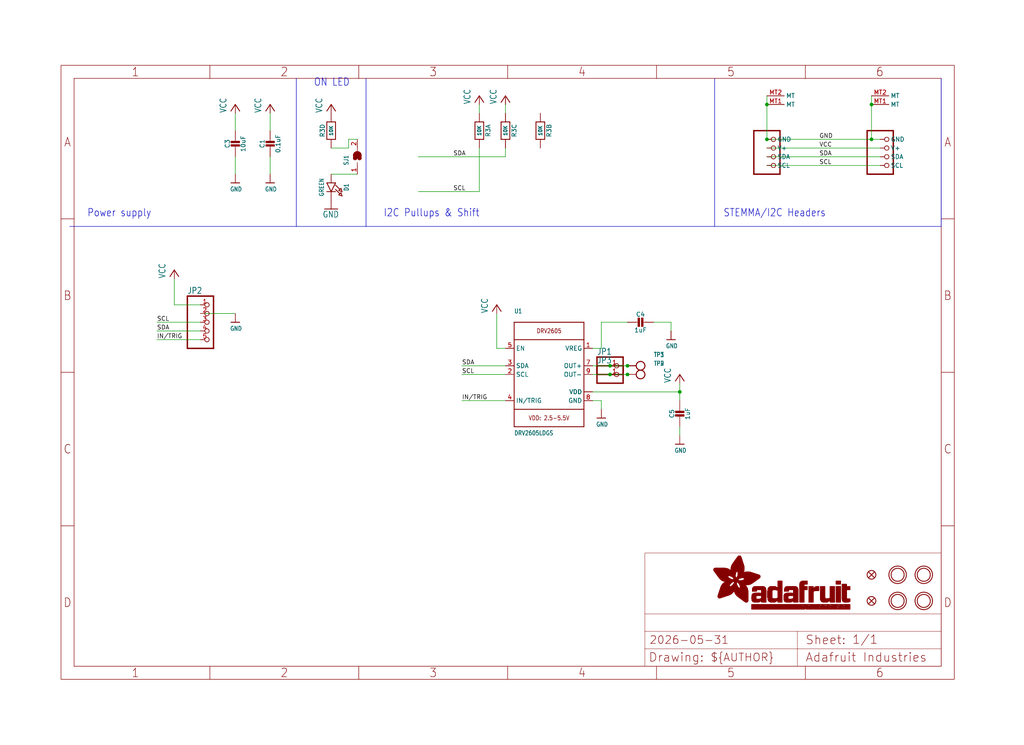
<source format=kicad_sch>
(kicad_sch (version 20230121) (generator eeschema)
  (paper "User" 298.45 217.322)
  (lib_symbols
    (symbol "working-eagle-import:CAP_CERAMIC0603_NO"
      (property "Reference" "C" (at -2.29 1.25 90))
      (symbol "CAP_CERAMIC0603_NO_1_0"
        (pin passive line (at 0 5.08 270) (length 2.54) (name "1") (number "1"))
        (pin passive line (at 0 -2.54 90) (length 2.54) (name "2") (number "2"))
      )
    )
    (symbol "working-eagle-import:CAP_CERAMIC0805-NOOUTLINE"
      (property "Reference" "C" (at -2.29 1.25 90))
      (symbol "CAP_CERAMIC0805-NOOUTLINE_1_0"
        (pin passive line (at 0 5.08 270) (length 2.54) (name "1") (number "1"))
        (pin passive line (at 0 -2.54 90) (length 2.54) (name "2") (number "2"))
      )
    )
    (symbol "working-eagle-import:DRV2605_SOP"
      (property "Reference" "U" (at -10.16 17.78 0))
      (symbol "DRV2605_SOP_1_0"
        (text "DRV2605" (at 0 12.7 0) (effects (font (size 1.27 1.0795))))
        (text "VDD: 2.5-5.5V" (at 0 -12.7 0) (effects (font (size 1.27 1.0795))))
        (pin output line (at 12.7 7.62 180) (length 2.54) (name "VREG") (number "1"))
        (pin power_in line (at 12.7 -5.08 180) (length 2.54) (name "VDD") (number "10"))
        (pin input line (at -12.7 0 0) (length 2.54) (name "SCL") (number "2"))
        (pin bidirectional line (at -12.7 2.54 0) (length 2.54) (name "SDA") (number "3"))
        (pin input line (at -12.7 -7.62 0) (length 2.54) (name "IN/TRIG") (number "4"))
        (pin input line (at -12.7 7.62 0) (length 2.54) (name "EN") (number "5"))
        (pin power_in line (at 12.7 -5.08 180) (length 2.54) (name "VDD") (number "6"))
        (pin output line (at 12.7 2.54 180) (length 2.54) (name "OUT+") (number "7"))
        (pin power_in line (at 12.7 -7.62 180) (length 2.54) (name "GND") (number "8"))
        (pin output line (at 12.7 0 180) (length 2.54) (name "OUT-") (number "9"))
      )
    )
    (symbol "working-eagle-import:FIDUCIAL_1MM")
    (symbol "working-eagle-import:FRAME_A4_ADAFRUIT"
      (symbol "FRAME_A4_ADAFRUIT_1_0"
        (text "${#}/${##}" (at 230.505 10.16 0) (effects (font (size 2.54 2.54)) (justify left bottom)))
        (text "${AUTHOR}" (at 189.23 5.08 0) (effects (font (size 2.286 2.286)) (justify left bottom)))
        (text "${CURRENT_DATE}" (at 171.45 10.16 0) (effects (font (size 2.286 2.286)) (justify left bottom)))
        (text "${PROJECTNAME}" (at 171.45 15.24 0) (effects (font (size 2.54 2.54)) (justify left bottom)))
        (text "1" (at 21.6958 1.905 0) (effects (font (size 2.54 2.286))))
        (text "1" (at 21.6958 177.165 0) (effects (font (size 2.54 2.286))))
        (text "2" (at 65.0875 1.905 0) (effects (font (size 2.54 2.286))))
        (text "2" (at 65.0875 177.165 0) (effects (font (size 2.54 2.286))))
        (text "3" (at 108.4792 1.905 0) (effects (font (size 2.54 2.286))))
        (text "3" (at 108.4792 177.165 0) (effects (font (size 2.54 2.286))))
        (text "4" (at 151.8708 1.905 0) (effects (font (size 2.54 2.286))))
        (text "4" (at 151.8708 177.165 0) (effects (font (size 2.54 2.286))))
        (text "5" (at 195.2625 1.905 0) (effects (font (size 2.54 2.286))))
        (text "5" (at 195.2625 177.165 0) (effects (font (size 2.54 2.286))))
        (text "6" (at 238.6542 1.905 0) (effects (font (size 2.54 2.286))))
        (text "6" (at 238.6542 177.165 0) (effects (font (size 2.54 2.286))))
        (text "A" (at 1.905 156.6863 0) (effects (font (size 2.54 2.286))))
        (text "A" (at 258.445 156.6863 0) (effects (font (size 2.54 2.286))))
        (text "Adafruit Industries" (at 216.916 4.953 0) (effects (font (size 2.54 2.54)) (justify left bottom)))
        (text "B" (at 1.905 111.9188 0) (effects (font (size 2.54 2.286))))
        (text "B" (at 258.445 111.9188 0) (effects (font (size 2.54 2.286))))
        (text "C" (at 1.905 67.1513 0) (effects (font (size 2.54 2.286))))
        (text "C" (at 258.445 67.1513 0) (effects (font (size 2.54 2.286))))
        (text "D" (at 1.905 22.3838 0) (effects (font (size 2.54 2.286))))
        (text "D" (at 258.445 22.3838 0) (effects (font (size 2.54 2.286))))
        (text "Drawing:" (at 171.196 4.953 0) (effects (font (size 2.54 2.54)) (justify left bottom)))
        (text "Sheet:" (at 216.916 10.033 0) (effects (font (size 2.54 2.54)) (justify left bottom)))
      )
    )
    (symbol "working-eagle-import:GND" (power)
      (property "Value" "GND" (at -1.524 -2.54 0))
      (symbol "GND_1_0"
        (pin power_in line (at 0 2.54 270) (length 2.54) (name "GND") (number "1"))
      )
    )
    (symbol "working-eagle-import:HEADER-1X1"
      (property "Reference" "JP" (at -6.35 3.175 0))
      (symbol "HEADER-1X1_1_0"
        (pin passive inverted (at -2.54 0 0) (length 2.54) (name "1") (number "1"))
      )
    )
    (symbol "working-eagle-import:HEADER-1X576MIL"
      (property "Reference" "JP" (at -6.35 8.255 0))
      (symbol "HEADER-1X576MIL_1_0"
        (pin passive inverted (at -2.54 5.08 0) (length 2.54) (name "1") (number "1"))
        (pin passive inverted (at -2.54 2.54 0) (length 2.54) (name "2") (number "2"))
        (pin passive inverted (at -2.54 0 0) (length 2.54) (name "3") (number "3"))
        (pin passive inverted (at -2.54 -2.54 0) (length 2.54) (name "4") (number "4"))
        (pin passive inverted (at -2.54 -5.08 0) (length 2.54) (name "5") (number "5"))
      )
    )
    (symbol "working-eagle-import:LED0603_NOOUTLINE"
      (property "Reference" "D" (at -1.27 4.445 0))
      (symbol "LED0603_NOOUTLINE_1_0"
        (pin passive line (at -5.08 0 0) (length 2.54) (name "A") (number "A"))
        (pin passive line (at 2.54 0 180) (length 2.54) (name "C") (number "C"))
      )
    )
    (symbol "working-eagle-import:MOUNTINGHOLE2.5")
    (symbol "working-eagle-import:RESISTOR_4PACK"
      (property "Reference" "R" (at 0 2.54 0))
      (symbol "RESISTOR_4PACK_1_0"
        (pin passive line (at -5.08 0 0) (length 2.54) (name "1") (number "1"))
        (pin passive line (at 5.08 0 180) (length 2.54) (name "2") (number "8"))
      )
      (symbol "RESISTOR_4PACK_2_0"
        (pin passive line (at -5.08 0 0) (length 2.54) (name "1") (number "2"))
        (pin passive line (at 5.08 0 180) (length 2.54) (name "2") (number "7"))
      )
      (symbol "RESISTOR_4PACK_3_0"
        (pin passive line (at -5.08 0 0) (length 2.54) (name "1") (number "3"))
        (pin passive line (at 5.08 0 180) (length 2.54) (name "2") (number "6"))
      )
      (symbol "RESISTOR_4PACK_4_0"
        (pin passive line (at -5.08 0 0) (length 2.54) (name "1") (number "4"))
        (pin passive line (at 5.08 0 180) (length 2.54) (name "2") (number "5"))
      )
    )
    (symbol "working-eagle-import:SOLDERJUMPERCLOSED"
      (property "Reference" "SJ" (at -2.54 2.54 0))
      (symbol "SOLDERJUMPERCLOSED_1_0"
        (pin passive line (at -5.08 0 0) (length 2.54) (name "1") (number "1"))
        (pin passive line (at 5.08 0 180) (length 2.54) (name "2") (number "2"))
      )
    )
    (symbol "working-eagle-import:STEMMA_I2C_QT"
      (symbol "STEMMA_I2C_QT_1_0"
        (pin passive inverted (at 0 5.08 0) (length 2.54) (name "GND") (number "1"))
        (pin passive inverted (at 0 2.54 0) (length 2.54) (name "V+") (number "2"))
        (pin passive inverted (at 0 0 0) (length 2.54) (name "SDA") (number "3"))
        (pin passive inverted (at 0 -2.54 0) (length 2.54) (name "SCL") (number "4"))
      )
      (symbol "STEMMA_I2C_QT_2_0"
        (pin bidirectional line (at 0 0 0) (length 5.08) (name "MT") (number "MT1"))
      )
      (symbol "STEMMA_I2C_QT_3_0"
        (pin bidirectional line (at 0 0 0) (length 5.08) (name "MT") (number "MT2"))
      )
    )
    (symbol "working-eagle-import:TESTPOINTPAD2MM"
      (property "Reference" "TP" (at 0 5.588 90))
      (symbol "TESTPOINTPAD2MM_1_0"
        (pin bidirectional line (at 0 0 90) (length 2.54) (name "P$1") (number "P$1"))
      )
    )
    (symbol "working-eagle-import:VCC" (power)
      (property "Value" "VCC" (at -2.54 -2.54 90))
      (symbol "VCC_1_0"
        (pin power_in line (at 0 -2.54 90) (length 2.54) (name "VCC") (number "1"))
      )
    )
    (symbol "working-eagle-import:supply1_GND" (power)
      (property "Value" "supply1_GND" (at -2.54 -2.54 0))
      (symbol "supply1_GND_1_0"
        (pin power_in line (at 0 2.54 270) (length 2.54) (name "GND") (number "1"))
      )
    )
  )
  (junction (at 198.12 114.3))
  (junction (at 254 30.48))
  (junction (at 182.88 106.68))
  (junction (at 177.8 109.22))
  (junction (at 254 40.64))
  (junction (at 223.52 30.48))
  (junction (at 182.88 109.22))
  (junction (at 177.8 106.68))
  (junction (at 223.52 40.64))
  (wire (pts (xy 254 27.94) (xy 254 30.48)) (stroke (width 0.1524)))
  (wire (pts (xy 195.58 93.98) (xy 195.58 96.52)) (stroke (width 0.1524)))
  (wire (pts (xy 139.7 55.88) (xy 121.92 55.88)) (stroke (width 0.1524)))
  (wire (pts (xy 78.74 45.72) (xy 78.74 50.8)) (stroke (width 0.1524)))
  (wire (pts (xy 175.26 116.84) (xy 175.26 119.38)) (stroke (width 0.1524)))
  (wire (pts (xy 256.54 45.72) (xy 223.52 45.72)) (stroke (width 0.1524)))
  (wire (pts (xy 101.6 43.18) (xy 101.6 40.64)) (stroke (width 0.1524)))
  (wire (pts (xy 58.42 96.52) (xy 45.72 96.52)) (stroke (width 0.1524)))
  (wire (pts (xy 147.32 116.84) (xy 134.62 116.84)) (stroke (width 0.1524)))
  (wire (pts (xy 190.5 93.98) (xy 195.58 93.98)) (stroke (width 0.1524)))
  (wire (pts (xy 172.72 114.3) (xy 198.12 114.3)) (stroke (width 0.1524)))
  (wire (pts (xy 172.72 116.84) (xy 175.26 116.84)) (stroke (width 0.1524)))
  (wire (pts (xy 101.6 40.64) (xy 104.14 40.64)) (stroke (width 0.1524)))
  (wire (pts (xy 144.78 101.6) (xy 144.78 91.44)) (stroke (width 0.1524)))
  (wire (pts (xy 175.26 101.6) (xy 175.26 93.98)) (stroke (width 0.1524)))
  (wire (pts (xy 198.12 124.46) (xy 198.12 127)) (stroke (width 0.1524)))
  (wire (pts (xy 96.52 43.18) (xy 101.6 43.18)) (stroke (width 0.1524)))
  (wire (pts (xy 198.12 114.3) (xy 198.12 116.84)) (stroke (width 0.1524)))
  (polyline (pts (xy 208.28 22.86) (xy 208.28 66.04)) (stroke (width 0.1524) (type solid)))
  (wire (pts (xy 198.12 114.3) (xy 198.12 111.76)) (stroke (width 0.1524)))
  (wire (pts (xy 223.52 43.18) (xy 256.54 43.18)) (stroke (width 0.1524)))
  (wire (pts (xy 58.42 91.44) (xy 68.58 91.44)) (stroke (width 0.1524)))
  (wire (pts (xy 175.26 93.98) (xy 182.88 93.98)) (stroke (width 0.1524)))
  (wire (pts (xy 147.32 109.22) (xy 134.62 109.22)) (stroke (width 0.1524)))
  (wire (pts (xy 223.52 27.94) (xy 223.52 30.48)) (stroke (width 0.1524)))
  (polyline (pts (xy 86.36 22.86) (xy 86.36 66.04)) (stroke (width 0.1524) (type solid)))
  (polyline (pts (xy 208.28 66.04) (xy 274.32 66.04)) (stroke (width 0.1524) (type solid)))
  (wire (pts (xy 96.52 50.8) (xy 104.14 50.8)) (stroke (width 0.1524)))
  (wire (pts (xy 147.32 43.18) (xy 147.32 45.72)) (stroke (width 0.1524)))
  (wire (pts (xy 254 40.64) (xy 223.52 40.64)) (stroke (width 0.1524)))
  (polyline (pts (xy 106.68 66.04) (xy 208.28 66.04)) (stroke (width 0.1524) (type solid)))
  (polyline (pts (xy 20.32 66.04) (xy 86.36 66.04)) (stroke (width 0.1524) (type solid)))
  (wire (pts (xy 68.58 45.72) (xy 68.58 50.8)) (stroke (width 0.1524)))
  (wire (pts (xy 68.58 33.02) (xy 68.58 38.1)) (stroke (width 0.1524)))
  (wire (pts (xy 172.72 109.22) (xy 177.8 109.22)) (stroke (width 0.1524)))
  (wire (pts (xy 172.72 101.6) (xy 175.26 101.6)) (stroke (width 0.1524)))
  (wire (pts (xy 147.32 101.6) (xy 144.78 101.6)) (stroke (width 0.1524)))
  (polyline (pts (xy 106.68 22.86) (xy 106.68 66.04)) (stroke (width 0.1524) (type solid)))
  (wire (pts (xy 177.8 106.68) (xy 182.88 106.68)) (stroke (width 0.1524)))
  (wire (pts (xy 58.42 99.06) (xy 45.72 99.06)) (stroke (width 0.1524)))
  (wire (pts (xy 254 30.48) (xy 254 40.64)) (stroke (width 0.1524)))
  (polyline (pts (xy 86.36 66.04) (xy 106.68 66.04)) (stroke (width 0.1524) (type solid)))
  (wire (pts (xy 139.7 30.48) (xy 139.7 33.02)) (stroke (width 0.1524)))
  (wire (pts (xy 58.42 88.9) (xy 50.8 88.9)) (stroke (width 0.1524)))
  (wire (pts (xy 177.8 109.22) (xy 182.88 109.22)) (stroke (width 0.1524)))
  (wire (pts (xy 256.54 40.64) (xy 254 40.64)) (stroke (width 0.1524)))
  (wire (pts (xy 172.72 106.68) (xy 177.8 106.68)) (stroke (width 0.1524)))
  (wire (pts (xy 223.52 48.26) (xy 256.54 48.26)) (stroke (width 0.1524)))
  (wire (pts (xy 147.32 106.68) (xy 134.62 106.68)) (stroke (width 0.1524)))
  (wire (pts (xy 147.32 45.72) (xy 121.92 45.72)) (stroke (width 0.1524)))
  (wire (pts (xy 223.52 30.48) (xy 223.52 40.64)) (stroke (width 0.1524)))
  (wire (pts (xy 78.74 33.02) (xy 78.74 38.1)) (stroke (width 0.1524)))
  (wire (pts (xy 147.32 33.02) (xy 147.32 30.48)) (stroke (width 0.1524)))
  (wire (pts (xy 139.7 43.18) (xy 139.7 55.88)) (stroke (width 0.1524)))
  (wire (pts (xy 50.8 88.9) (xy 50.8 81.28)) (stroke (width 0.1524)))
  (wire (pts (xy 58.42 93.98) (xy 45.72 93.98)) (stroke (width 0.1524)))
  (polyline (pts (xy 274.32 22.86) (xy 274.32 66.04)) (stroke (width 0.1524) (type solid)))
  (text "STEMMA/I2C Headers" (at 210.82 63.5 0) (effects (font (size 2.1844 1.8567)) (justify left bottom)))
  (text "I2C Pullups & Shift" (at 111.76 63.5 0) (effects (font (size 2.1844 1.8567)) (justify left bottom)))
  (text "ON LED" (at 91.44 25.4 0) (effects (font (size 2.1844 1.8567)) (justify left bottom)))
  (text "Power supply" (at 25.4 63.5 0) (effects (font (size 2.1844 1.8567)) (justify left bottom)))
  (label "IN/TRIG" (at 134.62 116.84 0) (effects (font (size 1.2446 1.2446))))
  (label "SCL" (at 238.76 48.26 0) (effects (font (size 1.2446 1.2446))))
  (label "SDA" (at 132.08 45.72 0) (effects (font (size 1.2446 1.2446))))
  (label "SCL" (at 45.72 93.98 0) (effects (font (size 1.2446 1.2446))))
  (label "SDA" (at 134.62 106.68 0) (effects (font (size 1.2446 1.2446))))
  (label "SCL" (at 132.08 55.88 0) (effects (font (size 1.2446 1.2446))))
  (label "IN/TRIG" (at 45.72 99.06 0) (effects (font (size 1.2446 1.2446))))
  (label "GND" (at 238.76 40.64 0) (effects (font (size 1.2446 1.2446))))
  (label "SCL" (at 134.62 109.22 0) (effects (font (size 1.2446 1.2446))))
  (label "VCC" (at 238.76 43.18 0) (effects (font (size 1.2446 1.2446))))
  (label "SDA" (at 45.72 96.52 0) (effects (font (size 1.2446 1.2446))))
  (label "SDA" (at 238.76 45.72 0) (effects (font (size 1.2446 1.2446))))
  (symbol (lib_id "working-eagle-import:STEMMA_I2C_QT") (at 223.52 27.94 0) (unit 3)
    (property "Reference" "CONN3" (effects hide))
    (property "Value" "STEMMA_I2C_QT" (effects hide))
    (property "Footprint" "working:JST_SH4" (effects hide))
  )
  (symbol (lib_id "working-eagle-import:GND") (at 195.58 99.06 0) (unit 1)
    (property "Reference" "#U$12" (effects hide))
    (property "Value" "GND" (at 194.056 101.6 0) (effects (font (size 1.27 1.0795)) (justify left bottom)))
  )
  (symbol (lib_id "working-eagle-import:TESTPOINTPAD2MM") (at 182.88 106.68 270) (unit 1)
    (property "Reference" "TP3" (at 190.5 104.14 90) (effects (font (size 1.27 1.0795)) (justify left bottom)))
    (property "Value" "TESTPOINTPAD2MM" (effects hide))
    (property "Footprint" "working:TESTPOINT_PAD_2MM" (effects hide))
  )
  (symbol (lib_id "working-eagle-import:MOUNTINGHOLE2.5") (at 269.24 167.64 0) (unit 1)
    (property "Reference" "U$19" (effects hide))
    (property "Value" "MOUNTINGHOLE2.5" (effects hide))
    (property "Footprint" "working:MOUNTINGHOLE_2.5_PLATED" (effects hide))
  )
  (symbol (lib_id "working-eagle-import:VCC") (at 144.78 88.9 0) (unit 1)
    (property "Reference" "#P+8" (effects hide))
    (property "Value" "VCC" (at 142.24 91.44 90) (effects (font (size 1.778 1.5113)) (justify left bottom)))
  )
  (symbol (lib_id "working-eagle-import:supply1_GND") (at 96.52 60.96 0) (unit 1)
    (property "Reference" "#GND6" (effects hide))
    (property "Value" "GND" (at 93.98 63.5 0) (effects (font (size 1.778 1.5113)) (justify left bottom)))
  )
  (symbol (lib_id "working-eagle-import:MOUNTINGHOLE2.5") (at 261.62 175.26 0) (unit 1)
    (property "Reference" "U$1" (effects hide))
    (property "Value" "MOUNTINGHOLE2.5" (effects hide))
    (property "Footprint" "working:MOUNTINGHOLE_2.5_PLATED" (effects hide))
  )
  (symbol (lib_id "working-eagle-import:HEADER-1X576MIL") (at 60.96 93.98 0) (unit 1)
    (property "Reference" "JP2" (at 54.61 85.725 0) (effects (font (size 1.778 1.5113)) (justify left bottom)))
    (property "Value" "HEADER-1X576MIL" (effects hide))
    (property "Footprint" "working:1X05_ROUND_76" (effects hide))
  )
  (symbol (lib_id "working-eagle-import:STEMMA_I2C_QT") (at 254 27.94 0) (unit 3)
    (property "Reference" "CONN4" (effects hide))
    (property "Value" "STEMMA_I2C_QT" (effects hide))
    (property "Footprint" "working:JST_SH4" (effects hide))
  )
  (symbol (lib_id "working-eagle-import:STEMMA_I2C_QT") (at 223.52 45.72 0) (unit 1)
    (property "Reference" "CONN3" (effects hide))
    (property "Value" "STEMMA_I2C_QT" (effects hide))
    (property "Footprint" "working:JST_SH4" (effects hide))
  )
  (symbol (lib_id "working-eagle-import:STEMMA_I2C_QT") (at 256.54 45.72 0) (unit 1)
    (property "Reference" "CONN4" (effects hide))
    (property "Value" "STEMMA_I2C_QT" (effects hide))
    (property "Footprint" "working:JST_SH4" (effects hide))
  )
  (symbol (lib_id "working-eagle-import:VCC") (at 68.58 30.48 0) (unit 1)
    (property "Reference" "#P+3" (effects hide))
    (property "Value" "VCC" (at 66.04 33.02 90) (effects (font (size 1.778 1.5113)) (justify left bottom)))
  )
  (symbol (lib_id "working-eagle-import:GND") (at 68.58 53.34 0) (unit 1)
    (property "Reference" "#U$5" (effects hide))
    (property "Value" "GND" (at 67.056 55.88 0) (effects (font (size 1.27 1.0795)) (justify left bottom)))
  )
  (symbol (lib_id "working-eagle-import:MOUNTINGHOLE2.5") (at 269.24 175.26 0) (unit 1)
    (property "Reference" "U$21" (effects hide))
    (property "Value" "MOUNTINGHOLE2.5" (effects hide))
    (property "Footprint" "working:MOUNTINGHOLE_2.5_PLATED" (effects hide))
  )
  (symbol (lib_id "working-eagle-import:STEMMA_I2C_QT") (at 254 30.48 0) (unit 2)
    (property "Reference" "CONN4" (effects hide))
    (property "Value" "STEMMA_I2C_QT" (effects hide))
    (property "Footprint" "working:JST_SH4" (effects hide))
  )
  (symbol (lib_id "working-eagle-import:GND") (at 198.12 129.54 0) (unit 1)
    (property "Reference" "#U$20" (effects hide))
    (property "Value" "GND" (at 196.596 132.08 0) (effects (font (size 1.27 1.0795)) (justify left bottom)))
  )
  (symbol (lib_id "working-eagle-import:LED0603_NOOUTLINE") (at 96.52 55.88 270) (unit 1)
    (property "Reference" "D1" (at 100.965 54.61 0) (effects (font (size 1.27 1.0795))))
    (property "Value" "GREEN" (at 93.726 54.61 0) (effects (font (size 1.27 1.0795))))
    (property "Footprint" "working:CHIPLED_0603_NOOUTLINE" (effects hide))
  )
  (symbol (lib_id "working-eagle-import:TESTPOINTPAD2MM") (at 182.88 109.22 270) (unit 1)
    (property "Reference" "TP4" (at 190.5 106.68 90) (effects (font (size 1.27 1.0795)) (justify left bottom)))
    (property "Value" "TESTPOINTPAD2MM" (effects hide))
    (property "Footprint" "working:TESTPOINT_PAD_2MM" (effects hide))
  )
  (symbol (lib_id "working-eagle-import:FRAME_A4_ADAFRUIT") (at 17.78 198.12 0) (unit 1)
    (property "Reference" "#U$18" (effects hide))
    (property "Value" "FRAME_A4_ADAFRUIT" (effects hide))
  )
  (symbol (lib_id "working-eagle-import:MOUNTINGHOLE2.5") (at 261.62 167.64 0) (unit 1)
    (property "Reference" "U$17" (effects hide))
    (property "Value" "MOUNTINGHOLE2.5" (effects hide))
    (property "Footprint" "working:MOUNTINGHOLE_2.5_PLATED" (effects hide))
  )
  (symbol (lib_id "working-eagle-import:STEMMA_I2C_QT") (at 223.52 30.48 0) (unit 2)
    (property "Reference" "CONN3" (effects hide))
    (property "Value" "STEMMA_I2C_QT" (effects hide))
    (property "Footprint" "working:JST_SH4" (effects hide))
  )
  (symbol (lib_id "working-eagle-import:VCC") (at 139.7 27.94 0) (unit 1)
    (property "Reference" "#P+1" (effects hide))
    (property "Value" "VCC" (at 137.16 30.48 90) (effects (font (size 1.778 1.5113)) (justify left bottom)))
  )
  (symbol (lib_id "working-eagle-import:TESTPOINTPAD2MM") (at 182.88 109.22 270) (unit 1)
    (property "Reference" "TP2" (at 190.5 106.68 90) (effects (font (size 1.27 1.0795)) (justify left bottom)))
    (property "Value" "TESTPOINTPAD2MM" (effects hide))
    (property "Footprint" "working:TESTPOINT_PAD_2MM" (effects hide))
  )
  (symbol (lib_id "working-eagle-import:HEADER-1X1") (at 180.34 109.22 0) (unit 1)
    (property "Reference" "JP3" (at 173.99 106.045 0) (effects (font (size 1.778 1.5113)) (justify left bottom)))
    (property "Value" "HEADER-1X1" (effects hide))
    (property "Footprint" "working:1X01_OVAL" (effects hide))
  )
  (symbol (lib_id "working-eagle-import:FIDUCIAL_1MM") (at 254 167.64 0) (unit 1)
    (property "Reference" "FID4" (effects hide))
    (property "Value" "FIDUCIAL_1MM" (effects hide))
    (property "Footprint" "working:FIDUCIAL_1MM" (effects hide))
  )
  (symbol (lib_id "working-eagle-import:CAP_CERAMIC0805-NOOUTLINE") (at 68.58 43.18 0) (unit 1)
    (property "Reference" "C3" (at 66.29 41.93 90))
    (property "Value" "10uF" (at 70.88 41.93 90))
    (property "Footprint" "working:0805-NO" (effects hide))
  )
  (symbol (lib_id "working-eagle-import:CAP_CERAMIC0603_NO") (at 198.12 121.92 0) (unit 1)
    (property "Reference" "C5" (at 195.83 120.67 90))
    (property "Value" "1uF" (at 200.42 120.67 90))
    (property "Footprint" "working:0603-NO" (effects hide))
  )
  (symbol (lib_id "working-eagle-import:VCC") (at 96.52 30.48 0) (unit 1)
    (property "Reference" "#P+6" (effects hide))
    (property "Value" "VCC" (at 93.98 33.02 90) (effects (font (size 1.778 1.5113)) (justify left bottom)))
  )
  (symbol (lib_id "working-eagle-import:FIDUCIAL_1MM") (at 254 175.26 0) (unit 1)
    (property "Reference" "FID3" (effects hide))
    (property "Value" "FIDUCIAL_1MM" (effects hide))
    (property "Footprint" "working:FIDUCIAL_1MM" (effects hide))
  )
  (symbol (lib_id "working-eagle-import:GND") (at 78.74 53.34 0) (unit 1)
    (property "Reference" "#U$6" (effects hide))
    (property "Value" "GND" (at 77.216 55.88 0) (effects (font (size 1.27 1.0795)) (justify left bottom)))
  )
  (symbol (lib_id "working-eagle-import:CAP_CERAMIC0603_NO") (at 78.74 43.18 0) (unit 1)
    (property "Reference" "C1" (at 76.45 41.93 90))
    (property "Value" "0.1uF" (at 81.04 41.93 90))
    (property "Footprint" "working:0603-NO" (effects hide))
  )
  (symbol (lib_id "working-eagle-import:RESISTOR_4PACK") (at 139.7 38.1 270) (unit 1)
    (property "Reference" "R3" (at 142.24 38.1 0))
    (property "Value" "10K" (at 139.7 38.1 0) (effects (font (size 1.016 1.016) bold)))
    (property "Footprint" "working:RESPACK_4X0603" (effects hide))
  )
  (symbol (lib_id "working-eagle-import:GND") (at 175.26 121.92 0) (unit 1)
    (property "Reference" "#U$8" (effects hide))
    (property "Value" "GND" (at 173.736 124.46 0) (effects (font (size 1.27 1.0795)) (justify left bottom)))
  )
  (symbol (lib_id "working-eagle-import:RESISTOR_4PACK") (at 96.52 38.1 90) (unit 4)
    (property "Reference" "R3" (at 93.98 38.1 0))
    (property "Value" "10K" (at 96.52 38.1 0) (effects (font (size 1.016 1.016) bold)))
    (property "Footprint" "working:RESPACK_4X0603" (effects hide))
  )
  (symbol (lib_id "working-eagle-import:SOLDERJUMPERCLOSED") (at 104.14 45.72 90) (unit 1)
    (property "Reference" "SJ1" (at 101.6 48.26 0) (effects (font (size 1.27 1.0795)) (justify left bottom)))
    (property "Value" "SOLDERJUMPERCLOSED" (effects hide))
    (property "Footprint" "working:SOLDERJUMPER_CLOSEDWIRE" (effects hide))
  )
  (symbol (lib_id "working-eagle-import:VCC") (at 147.32 27.94 0) (unit 1)
    (property "Reference" "#P+2" (effects hide))
    (property "Value" "VCC" (at 144.78 30.48 90) (effects (font (size 1.778 1.5113)) (justify left bottom)))
  )
  (symbol (lib_id "working-eagle-import:TESTPOINTPAD2MM") (at 182.88 106.68 270) (unit 1)
    (property "Reference" "TP1" (at 190.5 104.14 90) (effects (font (size 1.27 1.0795)) (justify left bottom)))
    (property "Value" "TESTPOINTPAD2MM" (effects hide))
    (property "Footprint" "working:TESTPOINT_PAD_2MM" (effects hide))
  )
  (symbol (lib_id "working-eagle-import:RESISTOR_4PACK") (at 147.32 38.1 270) (unit 3)
    (property "Reference" "R3" (at 149.86 38.1 0))
    (property "Value" "10K" (at 147.32 38.1 0) (effects (font (size 1.016 1.016) bold)))
    (property "Footprint" "working:RESPACK_4X0603" (effects hide))
  )
  (symbol (lib_id "working-eagle-import:DRV2605_SOP") (at 160.02 109.22 0) (unit 1)
    (property "Reference" "U1" (at 149.86 91.44 0) (effects (font (size 1.27 1.0795)) (justify left bottom)))
    (property "Value" "DRV2605LDGS" (at 149.86 127 0) (effects (font (size 1.27 1.0795)) (justify left bottom)))
    (property "Footprint" "working:PSOP10" (effects hide))
  )
  (symbol (lib_id "working-eagle-import:CAP_CERAMIC0603_NO") (at 185.42 93.98 270) (unit 1)
    (property "Reference" "C4" (at 186.67 91.69 90))
    (property "Value" "1uF" (at 186.67 96.28 90))
    (property "Footprint" "working:0603-NO" (effects hide))
  )
  (symbol (lib_id "working-eagle-import:VCC") (at 78.74 30.48 0) (unit 1)
    (property "Reference" "#P+5" (effects hide))
    (property "Value" "VCC" (at 76.2 33.02 90) (effects (font (size 1.778 1.5113)) (justify left bottom)))
  )
  (symbol (lib_id "working-eagle-import:VCC") (at 50.8 78.74 0) (unit 1)
    (property "Reference" "#P+4" (effects hide))
    (property "Value" "VCC" (at 48.26 81.28 90) (effects (font (size 1.778 1.5113)) (justify left bottom)))
  )
  (symbol (lib_id "working-eagle-import:VCC") (at 198.12 109.22 0) (unit 1)
    (property "Reference" "#P+7" (effects hide))
    (property "Value" "VCC" (at 195.58 111.76 90) (effects (font (size 1.778 1.5113)) (justify left bottom)))
  )
  (symbol (lib_id "working-eagle-import:HEADER-1X1") (at 180.34 106.68 0) (unit 1)
    (property "Reference" "JP1" (at 173.99 103.505 0) (effects (font (size 1.778 1.5113)) (justify left bottom)))
    (property "Value" "HEADER-1X1" (effects hide))
    (property "Footprint" "working:1X01_OVAL" (effects hide))
  )
  (symbol (lib_id "working-eagle-import:RESISTOR_4PACK") (at 157.48 38.1 270) (unit 2)
    (property "Reference" "R3" (at 160.02 38.1 0))
    (property "Value" "10K" (at 157.48 38.1 0) (effects (font (size 1.016 1.016) bold)))
    (property "Footprint" "working:RESPACK_4X0603" (effects hide))
  )
  (symbol (lib_id "working-eagle-import:GND") (at 68.58 93.98 0) (unit 1)
    (property "Reference" "#U$10" (effects hide))
    (property "Value" "GND" (at 67.056 96.52 0) (effects (font (size 1.27 1.0795)) (justify left bottom)))
  )
)
</source>
